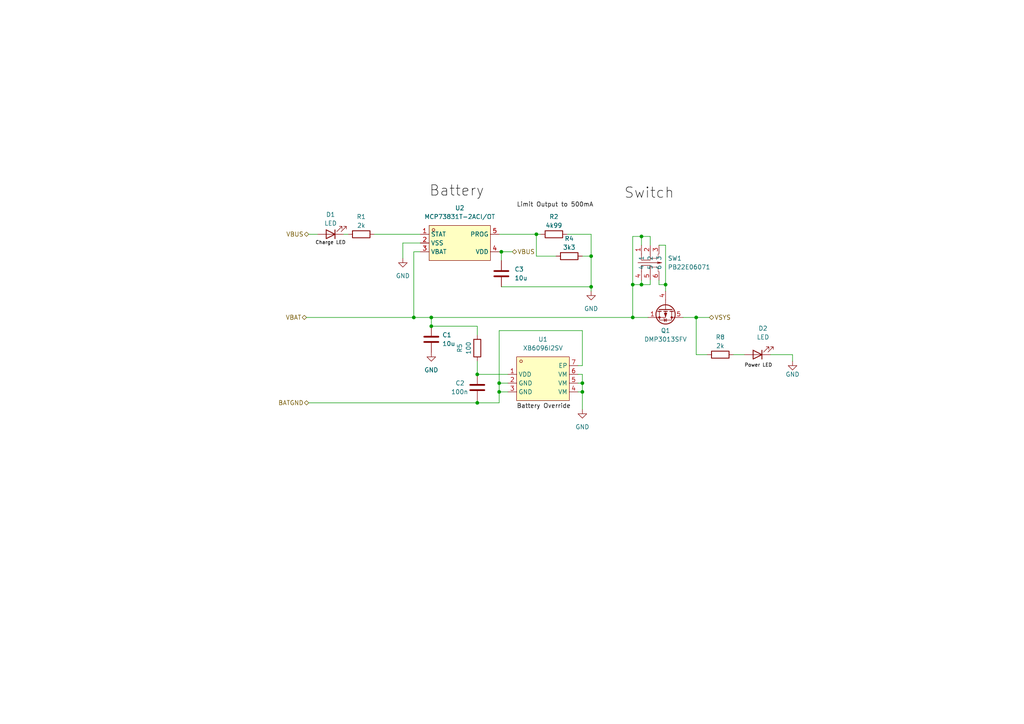
<source format=kicad_sch>
(kicad_sch (version 20230121) (generator eeschema)
  (paper "A4")
  (lib_symbols
    (symbol "Device:C" (pin_numbers hide) (pin_names (offset 0.254))
      (property "Reference" "C" (at 0.635 2.54 0))
      (property "Value" "C" (at 0.635 -2.54 0))
      (symbol "C_0_1"
        (polyline (pts (xy -2.032 -0.762) (xy 2.032 -0.762)) (stroke (width 0.508)))
        (polyline (pts (xy -2.032 0.762) (xy 2.032 0.762)) (stroke (width 0.508)))
      )
      (symbol "C_1_1"
        (pin passive line (at 0 3.81 270) (length 2.794) (name "~") (number "1"))
        (pin passive line (at 0 -3.81 90) (length 2.794) (name "~") (number "2"))
      )
    )
    (symbol "Device:LED" (pin_numbers hide) (pin_names (offset 1.016) hide)
      (property "Reference" "D" (at 0 2.54 0))
      (property "Value" "LED" (at 0 -2.54 0))
      (symbol "LED_0_1"
        (polyline (pts (xy -1.27 -1.27) (xy -1.27 1.27)) (stroke (width 0.254)))
        (polyline (pts (xy -1.27 0) (xy 1.27 0)))
        (polyline (pts (xy 1.27 -1.27) (xy 1.27 1.27) (xy -1.27 0) (xy 1.27 -1.27)) (stroke (width 0.254)))
        (polyline (pts (xy -3.048 -0.762) (xy -4.572 -2.286) (xy -3.81 -2.286) (xy -4.572 -2.286) (xy -4.572 -1.524)))
        (polyline (pts (xy -1.778 -0.762) (xy -3.302 -2.286) (xy -2.54 -2.286) (xy -3.302 -2.286) (xy -3.302 -1.524)))
      )
      (symbol "LED_1_1"
        (pin passive line (at -3.81 0 0) (length 2.54) (name "K") (number "1"))
        (pin passive line (at 3.81 0 180) (length 2.54) (name "A") (number "2"))
      )
    )
    (symbol "Device:R" (pin_numbers hide) (pin_names (offset 0))
      (property "Reference" "R" (at 2.032 0 90))
      (property "Value" "R" (at 0 0 90))
      (symbol "R_0_1"
        (rectangle (start -1.016 -2.54) (end 1.016 2.54) (stroke (width 0.254)))
      )
      (symbol "R_1_1"
        (pin passive line (at 0 3.81 270) (length 1.27) (name "~") (number "1"))
        (pin passive line (at 0 -3.81 90) (length 1.27) (name "~") (number "2"))
      )
    )
    (symbol "Transistor_FET:DMP3013SFV" (pin_names hide)
      (property "Reference" "Q" (at 5.08 1.905 0))
      (property "Value" "DMP3013SFV" (at 5.08 0 0))
      (symbol "DMP3013SFV_0_1"
        (polyline (pts (xy 0.254 0) (xy -2.54 0)))
        (polyline (pts (xy 0.254 1.905) (xy 0.254 -1.905)) (stroke (width 0.254)))
        (polyline (pts (xy 0.762 -1.27) (xy 0.762 -2.286)) (stroke (width 0.254)))
        (polyline (pts (xy 0.762 0.508) (xy 0.762 -0.508)) (stroke (width 0.254)))
        (polyline (pts (xy 0.762 2.286) (xy 0.762 1.27)) (stroke (width 0.254)))
        (polyline (pts (xy 2.54 2.54) (xy 2.54 1.778)))
        (polyline (pts (xy 2.54 -2.54) (xy 2.54 0) (xy 0.762 0)))
        (polyline (pts (xy 0.762 1.778) (xy 3.302 1.778) (xy 3.302 -1.778) (xy 0.762 -1.778)))
        (polyline (pts (xy 2.286 0) (xy 1.27 0.381) (xy 1.27 -0.381) (xy 2.286 0)) (fill (type outline)))
        (polyline (pts (xy 2.794 -0.508) (xy 2.921 -0.381) (xy 3.683 -0.381) (xy 3.81 -0.254)))
        (polyline (pts (xy 3.302 -0.381) (xy 2.921 0.254) (xy 3.683 0.254) (xy 3.302 -0.381)))
        (circle (center 1.651 0) (radius 2.794) (stroke (width 0.254)))
        (circle (center 2.54 -1.778) (radius 0.254) (fill (type outline)))
        (circle (center 2.54 1.778) (radius 0.254) (fill (type outline)))
      )
      (symbol "DMP3013SFV_1_1"
        (pin passive line (at 2.54 -5.08 90) (length 2.54) (name "S") (number "1"))
        (pin passive line (at 2.54 -5.08 90) (length 2.54) hide (name "S") (number "2"))
        (pin passive line (at 2.54 -5.08 90) (length 2.54) hide (name "S") (number "3"))
        (pin passive line (at -5.08 0 0) (length 2.54) (name "G") (number "4"))
        (pin passive line (at 2.54 5.08 270) (length 2.54) (name "D") (number "5"))
      )
    )
    (symbol "easyeda2kicad:MCP73831T-2ACI_OT"
      (property "Reference" "U" (at 0 7.62 0))
      (property "Value" "MCP73831T-2ACI/OT" (at 0 -7.62 0))
      (symbol "MCP73831T-2ACI_OT_0_1"
        (rectangle (start -8.89 5.08) (end 8.89 -5.08) (fill (type background)))
        (circle (center -7.62 3.81) (radius 0.38))
        (pin unspecified line (at -11.43 2.54 0) (length 2.54) (name "STAT") (number "1"))
        (pin unspecified line (at -11.43 0 0) (length 2.54) (name "VSS") (number "2"))
        (pin unspecified line (at -11.43 -2.54 0) (length 2.54) (name "VBAT") (number "3"))
        (pin unspecified line (at 11.43 -2.54 180) (length 2.54) (name "VDD") (number "4"))
        (pin unspecified line (at 11.43 2.54 180) (length 2.54) (name "PROG") (number "5"))
      )
    )
    (symbol "easyeda2kicad:PB22E06071"
      (property "Reference" "SW" (at 0 10.16 0))
      (property "Value" "PB22E06071" (at 0 -10.16 0))
      (symbol "PB22E06071_0_1"
        (polyline (pts (xy 0.51 -1.27) (xy 0.25 -1.27)))
        (polyline (pts (xy 0.51 1.27) (xy 0.25 1.27)))
        (polyline (pts (xy 1.02 -1.27) (xy 0.76 -1.27)))
        (polyline (pts (xy 1.02 1.27) (xy 0.76 1.27)))
        (polyline (pts (xy 1.52 -1.27) (xy 1.27 -1.27)))
        (polyline (pts (xy 1.52 1.27) (xy 1.27 1.27)))
        (polyline (pts (xy 2.03 -1.27) (xy 1.78 -1.27)))
        (polyline (pts (xy 2.03 1.27) (xy 1.78 1.27)))
        (polyline (pts (xy 2.29 -2.54) (xy 2.29 -2.29)))
        (polyline (pts (xy 2.29 -2.03) (xy 2.29 -1.78)))
        (polyline (pts (xy 2.29 -1.52) (xy 2.29 -1.27)))
        (polyline (pts (xy 2.29 1.52) (xy 2.29 1.27)))
        (polyline (pts (xy 2.29 2.03) (xy 2.29 1.78)))
        (polyline (pts (xy 2.29 2.54) (xy 2.29 2.29)))
        (polyline (pts (xy 3.3 0) (xy 2.03 -0.25)))
        (polyline (pts (xy -3.56 0) (xy 3.3 0) (xy 2.03 0.25)))
        (polyline (pts (xy 0 -2.54) (xy 0 -0.76) (xy -2.54 -0.76) (xy -2.54 -2.54)))
        (polyline (pts (xy 0 2.54) (xy 0 0.76) (xy -2.54 0.76) (xy -2.54 2.54) (xy -2.54 2.54)))
        (pin unspecified line (at -2.54 5.08 270) (length 2.54) (name "1") (number "1"))
        (pin unspecified line (at 0 5.08 270) (length 2.54) (name "2") (number "2"))
        (pin unspecified line (at 2.54 5.08 270) (length 2.54) (name "3") (number "3"))
        (pin unspecified line (at -2.54 -5.08 90) (length 2.54) (name "4") (number "4"))
        (pin unspecified line (at 0 -5.08 90) (length 2.54) (name "5") (number "5"))
        (pin unspecified line (at 2.54 -5.08 90) (length 2.54) (name "6") (number "6"))
      )
    )
    (symbol "easyeda2kicad:XB6096I2SV"
      (property "Reference" "U" (at 0 10.16 0))
      (property "Value" "XB6096I2SV" (at 0 -7.62 0))
      (symbol "XB6096I2SV_0_1"
        (rectangle (start -7.62 7.62) (end 7.62 -5.08) (fill (type background)))
        (circle (center -6.35 6.35) (radius 0.38))
        (pin unspecified line (at -10.16 2.54 0) (length 2.54) (name "VDD") (number "1"))
        (pin unspecified line (at -10.16 0 0) (length 2.54) (name "GND") (number "2"))
        (pin unspecified line (at -10.16 -2.54 0) (length 2.54) (name "GND") (number "3"))
        (pin unspecified line (at 10.16 -2.54 180) (length 2.54) (name "VM") (number "4"))
        (pin unspecified line (at 10.16 0 180) (length 2.54) (name "VM") (number "5"))
        (pin unspecified line (at 10.16 2.54 180) (length 2.54) (name "VM") (number "6"))
        (pin unspecified line (at 10.16 5.08 180) (length 2.54) (name "EP") (number "7"))
      )
    )
    (symbol "power:GND" (power) (pin_names (offset 0))
      (property "Value" "GND" (at 0 -3.81 0))
      (symbol "GND_0_1"
        (polyline (pts (xy 0 0) (xy 0 -1.27) (xy 1.27 -1.27) (xy 0 -2.54) (xy -1.27 -1.27) (xy 0 -1.27)))
      )
      (symbol "GND_1_1"
        (pin power_in line (at 0 0 270) (length 0) hide (name "GND") (number "1"))
      )
    )
  )
  (junction (at 171.45 74.295))
  (junction (at 145.415 73.025))
  (junction (at 144.78 111.125))
  (junction (at 138.43 116.84))
  (junction (at 144.78 113.665))
  (junction (at 125.095 92.075))
  (junction (at 171.45 83.185))
  (junction (at 186.055 82.55))
  (junction (at 193.04 82.55))
  (junction (at 186.055 68.58))
  (junction (at 168.91 113.665))
  (junction (at 155.575 67.945))
  (junction (at 120.015 92.075))
  (junction (at 138.43 108.585))
  (junction (at 183.515 82.55))
  (junction (at 125.095 94.615))
  (junction (at 168.91 111.125))
  (junction (at 201.93 92.075))
  (junction (at 183.515 92.075))
  (wire (pts (xy 120.015 92.075) (xy 125.095 92.075)))
  (wire (pts (xy 138.43 116.205) (xy 138.43 116.84)))
  (wire (pts (xy 168.91 108.585) (xy 167.64 108.585)))
  (wire (pts (xy 188.595 71.12) (xy 188.595 68.58)))
  (wire (pts (xy 171.45 67.945) (xy 171.45 74.295)))
  (wire (pts (xy 144.78 67.945) (xy 155.575 67.945)))
  (wire (pts (xy 212.725 102.87) (xy 215.9 102.87)))
  (wire (pts (xy 183.515 82.55) (xy 186.055 82.55)))
  (wire (pts (xy 138.43 108.585) (xy 147.32 108.585)))
  (wire (pts (xy 186.055 82.55) (xy 188.595 82.55)))
  (wire (pts (xy 138.43 116.84) (xy 89.535 116.84)))
  (wire (pts (xy 125.095 94.615) (xy 138.43 94.615)))
  (wire (pts (xy 168.91 118.745) (xy 168.91 113.665)))
  (wire (pts (xy 183.515 82.55) (xy 183.515 92.075)))
  (wire (pts (xy 168.91 106.045) (xy 167.64 106.045)))
  (wire (pts (xy 188.595 68.58) (xy 186.055 68.58)))
  (wire (pts (xy 155.575 74.295) (xy 155.575 67.945)))
  (wire (pts (xy 116.84 70.485) (xy 121.92 70.485)))
  (wire (pts (xy 120.015 73.025) (xy 120.015 92.075)))
  (wire (pts (xy 205.74 92.075) (xy 201.93 92.075)))
  (wire (pts (xy 186.055 82.55) (xy 186.055 81.28)))
  (wire (pts (xy 144.78 111.125) (xy 144.78 113.665)))
  (wire (pts (xy 229.87 102.87) (xy 223.52 102.87)))
  (wire (pts (xy 229.87 104.775) (xy 229.87 102.87)))
  (wire (pts (xy 171.45 74.295) (xy 168.91 74.295)))
  (wire (pts (xy 125.095 92.075) (xy 125.095 94.615)))
  (wire (pts (xy 183.515 68.58) (xy 183.515 82.55)))
  (wire (pts (xy 145.415 73.025) (xy 145.415 75.565)))
  (wire (pts (xy 168.91 111.125) (xy 167.64 111.125)))
  (wire (pts (xy 144.78 111.125) (xy 147.32 111.125)))
  (wire (pts (xy 145.415 73.025) (xy 144.78 73.025)))
  (wire (pts (xy 138.43 104.775) (xy 138.43 108.585)))
  (wire (pts (xy 155.575 67.945) (xy 156.845 67.945)))
  (wire (pts (xy 164.465 67.945) (xy 171.45 67.945)))
  (wire (pts (xy 120.015 73.025) (xy 121.92 73.025)))
  (wire (pts (xy 145.415 83.185) (xy 171.45 83.185)))
  (wire (pts (xy 186.055 68.58) (xy 186.055 71.12)))
  (wire (pts (xy 191.135 71.12) (xy 193.04 71.12)))
  (wire (pts (xy 168.91 108.585) (xy 168.91 111.125)))
  (wire (pts (xy 188.595 81.28) (xy 188.595 82.55)))
  (wire (pts (xy 183.515 92.075) (xy 187.96 92.075)))
  (wire (pts (xy 138.43 97.155) (xy 138.43 94.615)))
  (wire (pts (xy 99.695 67.945) (xy 100.965 67.945)))
  (wire (pts (xy 88.9 92.075) (xy 120.015 92.075)))
  (wire (pts (xy 144.78 113.665) (xy 147.32 113.665)))
  (wire (pts (xy 116.84 74.93) (xy 116.84 70.485)))
  (wire (pts (xy 191.135 82.55) (xy 193.04 82.55)))
  (wire (pts (xy 168.91 113.665) (xy 167.64 113.665)))
  (wire (pts (xy 193.04 82.55) (xy 193.04 84.455)))
  (wire (pts (xy 191.135 81.28) (xy 191.135 82.55)))
  (wire (pts (xy 168.91 106.045) (xy 168.91 95.885)))
  (wire (pts (xy 144.78 95.885) (xy 144.78 111.125)))
  (wire (pts (xy 201.93 102.87) (xy 201.93 92.075)))
  (wire (pts (xy 205.105 102.87) (xy 201.93 102.87)))
  (wire (pts (xy 89.535 67.945) (xy 92.075 67.945)))
  (wire (pts (xy 168.91 95.885) (xy 144.78 95.885)))
  (wire (pts (xy 171.45 74.295) (xy 171.45 83.185)))
  (wire (pts (xy 108.585 67.945) (xy 121.92 67.945)))
  (wire (pts (xy 171.45 83.185) (xy 171.45 84.455)))
  (wire (pts (xy 201.93 92.075) (xy 198.12 92.075)))
  (wire (pts (xy 193.04 71.12) (xy 193.04 82.55)))
  (wire (pts (xy 125.095 92.075) (xy 183.515 92.075)))
  (wire (pts (xy 144.78 116.84) (xy 144.78 113.665)))
  (wire (pts (xy 145.415 73.025) (xy 148.59 73.025)))
  (wire (pts (xy 161.29 74.295) (xy 155.575 74.295)))
  (wire (pts (xy 186.055 68.58) (xy 183.515 68.58)))
  (wire (pts (xy 168.91 111.125) (xy 168.91 113.665)))
  (wire (pts (xy 138.43 116.84) (xy 144.78 116.84)))
  (label "Battery" (at 124.46 57.785 0) (effects (font (size 3 3))))
  (label "Battery Override" (at 149.86 118.745 0))
  (label "Charge LED" (at 91.44 71.12 0) (effects (font (size 1 1))))
  (label "Limit Output to 500mA" (at 149.86 60.325 0))
  (label "Power LED" (at 215.9 106.68 0) (effects (font (size 1 1))))
  (label "Switch" (at 180.975 58.42 0) (effects (font (size 3 3))))
  (hierarchical_label "BATGND" (shape bidirectional) (at 89.535 116.84 180))
  (hierarchical_label "VBUS" (shape bidirectional) (at 148.59 73.025 0))
  (hierarchical_label "VBUS" (shape bidirectional) (at 89.535 67.945 180))
  (hierarchical_label "VBAT" (shape bidirectional) (at 88.9 92.075 180))
  (hierarchical_label "VSYS" (shape bidirectional) (at 205.74 92.075 0))
  (symbol (lib_id "Device:R") (at 160.655 67.945 90) (unit 1)
    (property "Reference" "R2" (at 160.655 62.865 90))
    (property "Value" "4k99" (at 160.655 65.405 90))
    (property "Footprint" "Resistor_SMD:R_0402_1005Metric" (effects hide))
    (instances (project "BLEEarrings" (path "" (reference "R2") (unit 1)) (path "" (reference "R6") (unit 1))))
  )
  (symbol (lib_id "Device:R") (at 104.775 67.945 90) (unit 1)
    (property "Reference" "R1" (at 104.775 62.865 90))
    (property "Value" "2k" (at 104.775 65.405 90))
    (property "Footprint" "Resistor_SMD:R_0402_1005Metric" (effects hide))
    (instances (project "BLEEarrings" (path "" (reference "R1") (unit 1)) (path "" (reference "R3") (unit 1))))
  )
  (symbol (lib_id "Device:C") (at 138.43 112.395 0) (unit 1)
    (property "Reference" "C2" (at 132.08 111.125 0) (effects (justify left)))
    (property "Value" "100n" (at 130.81 113.665 0) (effects (justify left)))
    (property "Footprint" "Capacitor_SMD:C_0402_1005Metric_Pad0.74x0.62mm_HandSolder" (effects hide))
  )
  (symbol (lib_id "Device:R") (at 138.43 100.965 180) (unit 1)
    (property "Reference" "R5" (at 133.35 100.965 90))
    (property "Value" "100" (at 135.89 100.965 90))
    (property "Footprint" "Resistor_SMD:R_0402_1005Metric" (effects hide))
  )
  (symbol (lib_id "power:GND") (at 171.45 84.455 0) (unit 1)
    (property "Reference" "#PWR01" (effects hide))
    (property "Value" "GND" (at 171.45 89.535 0))
    (instances (project "BLEEarrings" (path "" (reference "#PWR01") (unit 1)) (path "" (reference "#PWR06") (unit 1))))
  )
  (symbol (lib_id "Device:R") (at 208.915 102.87 90) (unit 1)
    (property "Reference" "R8" (at 208.915 97.79 90))
    (property "Value" "2k" (at 208.915 100.33 90))
    (property "Footprint" "Resistor_SMD:R_0402_1005Metric" (effects hide))
    (instances (project "BLEEarrings" (path "" (reference "R8") (unit 1)) (path "" (reference "R4") (unit 1))))
  )
  (symbol (lib_id "Device:R") (at 165.1 74.295 90) (unit 1)
    (property "Reference" "R4" (at 165.1 69.215 90))
    (property "Value" "3k3" (at 165.1 71.755 90))
    (property "Footprint" "Resistor_SMD:R_0402_1005Metric" (effects hide))
    (instances (project "BLEEarrings" (path "" (reference "R4") (unit 1)) (path "" (reference "R7") (unit 1))))
  )
  (symbol (lib_id "power:GND") (at 125.095 102.235 0) (unit 1)
    (property "Reference" "#PWR02" (effects hide))
    (property "Value" "GND" (at 125.095 107.315 0))
    (instances (project "BLEEarrings" (path "" (reference "#PWR02") (unit 1)) (path "" (reference "#PWR04") (unit 1))))
  )
  (symbol (lib_id "Device:LED") (at 219.71 102.87 180) (unit 1)
    (property "Reference" "D2" (at 221.2975 95.25 0))
    (property "Value" "LED" (at 221.2975 97.79 0))
    (property "Footprint" "LED_SMD:LED_0603_1608Metric_Pad1.05x0.95mm_HandSolder" (effects hide))
  )
  (symbol (lib_id "easyeda2kicad:XB6096I2SV") (at 157.48 111.125 0) (unit 1)
    (property "Reference" "U1" (at 157.48 98.425 0))
    (property "Value" "XB6096I2SV" (at 157.48 100.965 0))
    (property "Footprint" "easyeda2kicad:WDFN-6_L2.0-W2.0-P0.65-BL-EP" (effects hide))
    (property "LCSC Part" "C2998744" (effects hide))
    (instances (project "BLEEarrings" (path "" (reference "U1") (unit 1)) (path "" (reference "U2") (unit 1))))
  )
  (symbol (lib_id "Device:LED") (at 95.885 67.945 180) (unit 1)
    (property "Reference" "D1" (at 95.885 62.23 0))
    (property "Value" "LED" (at 95.885 64.77 0))
    (property "Footprint" "LED_SMD:LED_0603_1608Metric_Pad1.05x0.95mm_HandSolder" (effects hide))
  )
  (symbol (lib_id "power:GND") (at 116.84 74.93 0) (unit 1)
    (property "Reference" "#PWR06" (effects hide))
    (property "Value" "GND" (at 116.84 80.01 0))
    (instances (project "BLEEarrings" (path "" (reference "#PWR06") (unit 1)) (path "" (reference "#PWR02") (unit 1))))
  )
  (symbol (lib_id "Device:C") (at 125.095 98.425 0) (unit 1)
    (property "Reference" "C1" (at 128.27 97.155 0) (effects (justify left)))
    (property "Value" "10u" (at 128.27 99.695 0) (effects (justify left)))
    (property "Footprint" "Capacitor_SMD:C_0402_1005Metric_Pad0.74x0.62mm_HandSolder" (effects hide))
  )
  (symbol (lib_id "easyeda2kicad:PB22E06071") (at 188.595 76.2 0) (unit 1)
    (property "Reference" "SW1" (at 193.675 74.93 0) (effects (justify left)))
    (property "Value" "PB22E06071" (at 193.675 77.47 0) (effects (justify left)))
    (property "Footprint" "easyeda2kicad:SW-TH_6P-L5.8-W5.8-P2.00-LS4.5_PB22E06371-0625" (effects hide))
    (property "Datasheet" "https://lcsc.com/product-detail/Others_GANGYUAN-PB22E06071-25_C194404.html" (effects hide))
    (property "LCSC Part" "C194404" (effects hide))
  )
  (symbol (lib_id "power:GND") (at 229.87 104.775 0) (unit 1)
    (property "Reference" "#PWR07" (effects hide))
    (property "Value" "GND" (at 229.87 108.585 0))
  )
  (symbol (lib_id "Device:C") (at 145.415 79.375 0) (unit 1)
    (property "Reference" "C3" (at 149.225 78.105 0) (effects (justify left)))
    (property "Value" "10u" (at 149.225 80.645 0) (effects (justify left)))
    (property "Footprint" "Capacitor_SMD:C_0402_1005Metric_Pad0.74x0.62mm_HandSolder" (effects hide))
  )
  (symbol (lib_id "power:GND") (at 168.91 118.745 0) (unit 1)
    (property "Reference" "#PWR04" (effects hide))
    (property "Value" "GND" (at 168.91 123.825 0))
    (instances (project "BLEEarrings" (path "" (reference "#PWR04") (unit 1)) (path "" (reference "#PWR05") (unit 1))))
  )
  (symbol (lib_id "Transistor_FET:DMP3013SFV") (at 193.04 89.535 270) (unit 1)
    (property "Reference" "Q1" (at 193.04 95.885 90))
    (property "Value" "DMP3013SFV" (at 193.04 98.425 90))
    (property "Footprint" "Package_SON:Diodes_PowerDI3333-8" (effects hide))
    (property "Datasheet" "https://www.diodes.com/assets/Datasheets/DMP3013SFV.pdf" (effects hide))
  )
  (symbol (lib_id "easyeda2kicad:MCP73831T-2ACI_OT") (at 133.35 70.485 0) (unit 1)
    (property "Reference" "U2" (at 133.35 60.325 0))
    (property "Value" "MCP73831T-2ACI/OT" (at 133.35 62.865 0))
    (property "Footprint" "easyeda2kicad:SOT-23-5_L3.0-W1.7-P0.95-LS2.8-BL" (effects hide))
    (property "Datasheet" "https://lcsc.com/product-detail/PMIC-Battery-Management_Microchip-Tech-MCP73831T-2ACI-OT_C424093.html" (effects hide))
    (property "LCSC Part" "C424093" (effects hide))
    (instances (project "BLEEarrings" (path "" (reference "U2") (unit 1)) (path "" (reference "U1") (unit 1))))
  )
)
</source>
